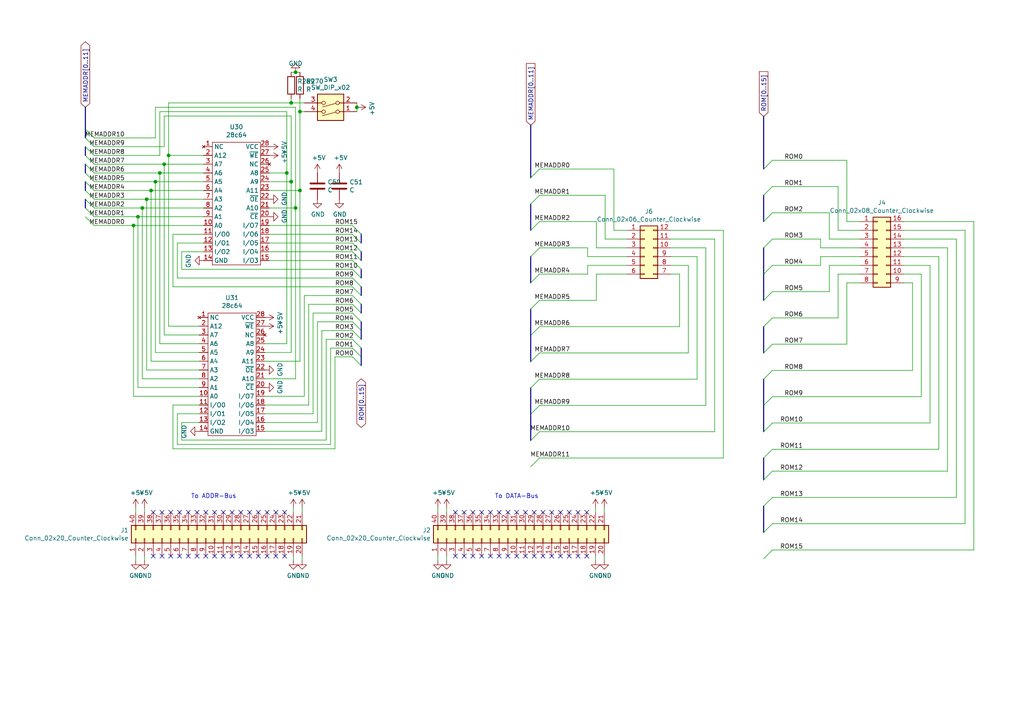
<source format=kicad_sch>
(kicad_sch (version 20200618) (host eeschema "(5.99.0-2101-geb1ff80d5)")
  (page 1 1)
  (paper "A4")
  (lib_symbols
    (symbol "Connector_Generic:Conn_02x06_Counter_Clockwise" (pin_names hide)
      (property "Reference" "J" (at 1.27 7.62 0))
      (property "Value" "Conn_02x06_Counter_Clockwise" (at 1.27 -10.16 0))
      (symbol "Conn_02x06_Counter_Clockwise_1_1"
        (rectangle (start -1.27 -4.953) (end 0 -5.207) (stroke (width 0.1524)))
        (rectangle (start -1.27 -7.493) (end 0 -7.747) (stroke (width 0.1524)))
        (rectangle (start -1.27 -2.413) (end 0 -2.667) (stroke (width 0.1524)))
        (rectangle (start -1.27 2.667) (end 0 2.413) (stroke (width 0.1524)))
        (rectangle (start -1.27 5.207) (end 0 4.953) (stroke (width 0.1524)))
        (rectangle (start -1.27 6.35) (end 3.81 -8.89) (stroke (width 0.254)) (fill (type background)))
        (rectangle (start -1.27 0.127) (end 0 -0.127) (stroke (width 0.1524)))
        (rectangle (start 3.81 -4.953) (end 2.54 -5.207) (stroke (width 0.1524)))
        (rectangle (start 3.81 -7.493) (end 2.54 -7.747) (stroke (width 0.1524)))
        (rectangle (start 3.81 -2.413) (end 2.54 -2.667) (stroke (width 0.1524)))
        (rectangle (start 3.81 2.667) (end 2.54 2.413) (stroke (width 0.1524)))
        (rectangle (start 3.81 5.207) (end 2.54 4.953) (stroke (width 0.1524)))
        (rectangle (start 3.81 0.127) (end 2.54 -0.127) (stroke (width 0.1524)))
        (pin passive line (at -5.08 5.08 0) (length 3.81) (name "Pin_1") (number "1"))
        (pin passive line (at 7.62 0 180) (length 3.81) (name "Pin_10") (number "10"))
        (pin passive line (at 7.62 2.54 180) (length 3.81) (name "Pin_11") (number "11"))
        (pin passive line (at 7.62 5.08 180) (length 3.81) (name "Pin_12") (number "12"))
        (pin passive line (at -5.08 2.54 0) (length 3.81) (name "Pin_2") (number "2"))
        (pin passive line (at -5.08 0 0) (length 3.81) (name "Pin_3") (number "3"))
        (pin passive line (at -5.08 -2.54 0) (length 3.81) (name "Pin_4") (number "4"))
        (pin passive line (at -5.08 -5.08 0) (length 3.81) (name "Pin_5") (number "5"))
        (pin passive line (at -5.08 -7.62 0) (length 3.81) (name "Pin_6") (number "6"))
        (pin passive line (at 7.62 -7.62 180) (length 3.81) (name "Pin_7") (number "7"))
        (pin passive line (at 7.62 -5.08 180) (length 3.81) (name "Pin_8") (number "8"))
        (pin passive line (at 7.62 -2.54 180) (length 3.81) (name "Pin_9") (number "9"))
      )
    )
    (symbol "Connector_Generic:Conn_02x08_Counter_Clockwise" (pin_names hide)
      (property "Reference" "J" (at 1.27 10.16 0))
      (property "Value" "Conn_02x08_Counter_Clockwise" (at 1.27 -12.7 0))
      (symbol "Conn_02x08_Counter_Clockwise_1_1"
        (rectangle (start -1.27 -4.953) (end 0 -5.207) (stroke (width 0.1524)))
        (rectangle (start -1.27 -7.493) (end 0 -7.747) (stroke (width 0.1524)))
        (rectangle (start -1.27 -10.033) (end 0 -10.287) (stroke (width 0.1524)))
        (rectangle (start -1.27 -2.413) (end 0 -2.667) (stroke (width 0.1524)))
        (rectangle (start -1.27 2.667) (end 0 2.413) (stroke (width 0.1524)))
        (rectangle (start -1.27 5.207) (end 0 4.953) (stroke (width 0.1524)))
        (rectangle (start -1.27 7.747) (end 0 7.493) (stroke (width 0.1524)))
        (rectangle (start -1.27 8.89) (end 3.81 -11.43) (stroke (width 0.254)) (fill (type background)))
        (rectangle (start -1.27 0.127) (end 0 -0.127) (stroke (width 0.1524)))
        (rectangle (start 3.81 -4.953) (end 2.54 -5.207) (stroke (width 0.1524)))
        (rectangle (start 3.81 -7.493) (end 2.54 -7.747) (stroke (width 0.1524)))
        (rectangle (start 3.81 -10.033) (end 2.54 -10.287) (stroke (width 0.1524)))
        (rectangle (start 3.81 -2.413) (end 2.54 -2.667) (stroke (width 0.1524)))
        (rectangle (start 3.81 2.667) (end 2.54 2.413) (stroke (width 0.1524)))
        (rectangle (start 3.81 5.207) (end 2.54 4.953) (stroke (width 0.1524)))
        (rectangle (start 3.81 7.747) (end 2.54 7.493) (stroke (width 0.1524)))
        (rectangle (start 3.81 0.127) (end 2.54 -0.127) (stroke (width 0.1524)))
        (pin passive line (at -5.08 7.62 0) (length 3.81) (name "Pin_1") (number "1"))
        (pin passive line (at 7.62 -7.62 180) (length 3.81) (name "Pin_10") (number "10"))
        (pin passive line (at 7.62 -5.08 180) (length 3.81) (name "Pin_11") (number "11"))
        (pin passive line (at 7.62 -2.54 180) (length 3.81) (name "Pin_12") (number "12"))
        (pin passive line (at 7.62 0 180) (length 3.81) (name "Pin_13") (number "13"))
        (pin passive line (at 7.62 2.54 180) (length 3.81) (name "Pin_14") (number "14"))
        (pin passive line (at 7.62 5.08 180) (length 3.81) (name "Pin_15") (number "15"))
        (pin passive line (at 7.62 7.62 180) (length 3.81) (name "Pin_16") (number "16"))
        (pin passive line (at -5.08 5.08 0) (length 3.81) (name "Pin_2") (number "2"))
        (pin passive line (at -5.08 2.54 0) (length 3.81) (name "Pin_3") (number "3"))
        (pin passive line (at -5.08 0 0) (length 3.81) (name "Pin_4") (number "4"))
        (pin passive line (at -5.08 -2.54 0) (length 3.81) (name "Pin_5") (number "5"))
        (pin passive line (at -5.08 -5.08 0) (length 3.81) (name "Pin_6") (number "6"))
        (pin passive line (at -5.08 -7.62 0) (length 3.81) (name "Pin_7") (number "7"))
        (pin passive line (at -5.08 -10.16 0) (length 3.81) (name "Pin_8") (number "8"))
        (pin passive line (at 7.62 -10.16 180) (length 3.81) (name "Pin_9") (number "9"))
      )
    )
    (symbol "Connector_Generic:Conn_02x20_Counter_Clockwise" (pin_names hide)
      (property "Reference" "J" (at 1.27 25.4 0))
      (property "Value" "Conn_02x20_Counter_Clockwise" (at 1.27 -27.94 0))
      (symbol "Conn_02x20_Counter_Clockwise_1_1"
        (rectangle (start -1.27 -4.953) (end 0 -5.207) (stroke (width 0.1524)))
        (rectangle (start -1.27 -7.493) (end 0 -7.747) (stroke (width 0.1524)))
        (rectangle (start -1.27 -10.033) (end 0 -10.287) (stroke (width 0.1524)))
        (rectangle (start -1.27 -12.573) (end 0 -12.827) (stroke (width 0.1524)))
        (rectangle (start -1.27 -15.113) (end 0 -15.367) (stroke (width 0.1524)))
        (rectangle (start -1.27 -17.653) (end 0 -17.907) (stroke (width 0.1524)))
        (rectangle (start -1.27 -20.193) (end 0 -20.447) (stroke (width 0.1524)))
        (rectangle (start -1.27 -22.733) (end 0 -22.987) (stroke (width 0.1524)))
        (rectangle (start -1.27 -2.413) (end 0 -2.667) (stroke (width 0.1524)))
        (rectangle (start -1.27 -25.273) (end 0 -25.527) (stroke (width 0.1524)))
        (rectangle (start -1.27 2.667) (end 0 2.413) (stroke (width 0.1524)))
        (rectangle (start -1.27 5.207) (end 0 4.953) (stroke (width 0.1524)))
        (rectangle (start -1.27 7.747) (end 0 7.493) (stroke (width 0.1524)))
        (rectangle (start -1.27 10.287) (end 0 10.033) (stroke (width 0.1524)))
        (rectangle (start -1.27 0.127) (end 0 -0.127) (stroke (width 0.1524)))
        (rectangle (start -1.27 12.827) (end 0 12.573) (stroke (width 0.1524)))
        (rectangle (start -1.27 15.367) (end 0 15.113) (stroke (width 0.1524)))
        (rectangle (start -1.27 17.907) (end 0 17.653) (stroke (width 0.1524)))
        (rectangle (start -1.27 20.447) (end 0 20.193) (stroke (width 0.1524)))
        (rectangle (start -1.27 22.987) (end 0 22.733) (stroke (width 0.1524)))
        (rectangle (start -1.27 24.13) (end 3.81 -26.67) (stroke (width 0.254)) (fill (type background)))
        (rectangle (start 3.81 -4.953) (end 2.54 -5.207) (stroke (width 0.1524)))
        (rectangle (start 3.81 -7.493) (end 2.54 -7.747) (stroke (width 0.1524)))
        (rectangle (start 3.81 -10.033) (end 2.54 -10.287) (stroke (width 0.1524)))
        (rectangle (start 3.81 -12.573) (end 2.54 -12.827) (stroke (width 0.1524)))
        (rectangle (start 3.81 -15.113) (end 2.54 -15.367) (stroke (width 0.1524)))
        (rectangle (start 3.81 -17.653) (end 2.54 -17.907) (stroke (width 0.1524)))
        (rectangle (start 3.81 -20.193) (end 2.54 -20.447) (stroke (width 0.1524)))
        (rectangle (start 3.81 -22.733) (end 2.54 -22.987) (stroke (width 0.1524)))
        (rectangle (start 3.81 -2.413) (end 2.54 -2.667) (stroke (width 0.1524)))
        (rectangle (start 3.81 -25.273) (end 2.54 -25.527) (stroke (width 0.1524)))
        (rectangle (start 3.81 2.667) (end 2.54 2.413) (stroke (width 0.1524)))
        (rectangle (start 3.81 5.207) (end 2.54 4.953) (stroke (width 0.1524)))
        (rectangle (start 3.81 7.747) (end 2.54 7.493) (stroke (width 0.1524)))
        (rectangle (start 3.81 10.287) (end 2.54 10.033) (stroke (width 0.1524)))
        (rectangle (start 3.81 0.127) (end 2.54 -0.127) (stroke (width 0.1524)))
        (rectangle (start 3.81 12.827) (end 2.54 12.573) (stroke (width 0.1524)))
        (rectangle (start 3.81 15.367) (end 2.54 15.113) (stroke (width 0.1524)))
        (rectangle (start 3.81 17.907) (end 2.54 17.653) (stroke (width 0.1524)))
        (rectangle (start 3.81 20.447) (end 2.54 20.193) (stroke (width 0.1524)))
        (rectangle (start 3.81 22.987) (end 2.54 22.733) (stroke (width 0.1524)))
        (pin passive line (at -5.08 22.86 0) (length 3.81) (name "Pin_1") (number "1"))
        (pin passive line (at -5.08 0 0) (length 3.81) (name "Pin_10") (number "10"))
        (pin passive line (at -5.08 -2.54 0) (length 3.81) (name "Pin_11") (number "11"))
        (pin passive line (at -5.08 -5.08 0) (length 3.81) (name "Pin_12") (number "12"))
        (pin passive line (at -5.08 -7.62 0) (length 3.81) (name "Pin_13") (number "13"))
        (pin passive line (at -5.08 -10.16 0) (length 3.81) (name "Pin_14") (number "14"))
        (pin passive line (at -5.08 -12.7 0) (length 3.81) (name "Pin_15") (number "15"))
        (pin passive line (at -5.08 -15.24 0) (length 3.81) (name "Pin_16") (number "16"))
        (pin passive line (at -5.08 -17.78 0) (length 3.81) (name "Pin_17") (number "17"))
        (pin passive line (at -5.08 -20.32 0) (length 3.81) (name "Pin_18") (number "18"))
        (pin passive line (at -5.08 -22.86 0) (length 3.81) (name "Pin_19") (number "19"))
        (pin passive line (at -5.08 20.32 0) (length 3.81) (name "Pin_2") (number "2"))
        (pin passive line (at -5.08 -25.4 0) (length 3.81) (name "Pin_20") (number "20"))
        (pin passive line (at 7.62 -25.4 180) (length 3.81) (name "Pin_21") (number "21"))
        (pin passive line (at 7.62 -22.86 180) (length 3.81) (name "Pin_22") (number "22"))
        (pin passive line (at 7.62 -20.32 180) (length 3.81) (name "Pin_23") (number "23"))
        (pin passive line (at 7.62 -17.78 180) (length 3.81) (name "Pin_24") (number "24"))
        (pin passive line (at 7.62 -15.24 180) (length 3.81) (name "Pin_25") (number "25"))
        (pin passive line (at 7.62 -12.7 180) (length 3.81) (name "Pin_26") (number "26"))
        (pin passive line (at 7.62 -10.16 180) (length 3.81) (name "Pin_27") (number "27"))
        (pin passive line (at 7.62 -7.62 180) (length 3.81) (name "Pin_28") (number "28"))
        (pin passive line (at 7.62 -5.08 180) (length 3.81) (name "Pin_29") (number "29"))
        (pin passive line (at -5.08 17.78 0) (length 3.81) (name "Pin_3") (number "3"))
        (pin passive line (at 7.62 -2.54 180) (length 3.81) (name "Pin_30") (number "30"))
        (pin passive line (at 7.62 0 180) (length 3.81) (name "Pin_31") (number "31"))
        (pin passive line (at 7.62 2.54 180) (length 3.81) (name "Pin_32") (number "32"))
        (pin passive line (at 7.62 5.08 180) (length 3.81) (name "Pin_33") (number "33"))
        (pin passive line (at 7.62 7.62 180) (length 3.81) (name "Pin_34") (number "34"))
        (pin passive line (at 7.62 10.16 180) (length 3.81) (name "Pin_35") (number "35"))
        (pin passive line (at 7.62 12.7 180) (length 3.81) (name "Pin_36") (number "36"))
        (pin passive line (at 7.62 15.24 180) (length 3.81) (name "Pin_37") (number "37"))
        (pin passive line (at 7.62 17.78 180) (length 3.81) (name "Pin_38") (number "38"))
        (pin passive line (at 7.62 20.32 180) (length 3.81) (name "Pin_39") (number "39"))
        (pin passive line (at -5.08 15.24 0) (length 3.81) (name "Pin_4") (number "4"))
        (pin passive line (at 7.62 22.86 180) (length 3.81) (name "Pin_40") (number "40"))
        (pin passive line (at -5.08 12.7 0) (length 3.81) (name "Pin_5") (number "5"))
        (pin passive line (at -5.08 10.16 0) (length 3.81) (name "Pin_6") (number "6"))
        (pin passive line (at -5.08 7.62 0) (length 3.81) (name "Pin_7") (number "7"))
        (pin passive line (at -5.08 5.08 0) (length 3.81) (name "Pin_8") (number "8"))
        (pin passive line (at -5.08 2.54 0) (length 3.81) (name "Pin_9") (number "9"))
      )
    )
    (symbol "Device:C" (pin_numbers hide) (pin_names (offset 0.254))
      (property "Reference" "C" (at 0.635 2.54 0))
      (property "Value" "C" (at 0.635 -2.54 0))
      (symbol "C_0_1"
        (polyline (pts (xy -2.032 -0.762) (xy 2.032 -0.762)) (stroke (width 0.508)))
        (polyline (pts (xy -2.032 0.762) (xy 2.032 0.762)) (stroke (width 0.508)))
      )
      (symbol "C_1_1"
        (pin passive line (at 0 3.81 270) (length 2.794) (name "~") (number "1"))
        (pin passive line (at 0 -3.81 90) (length 2.794) (name "~") (number "2"))
      )
    )
    (symbol "Device:R" (pin_numbers hide) (pin_names (offset 0))
      (property "Reference" "R" (at 2.032 0 90))
      (property "Value" "R" (at 0 0 90))
      (symbol "R_0_1"
        (rectangle (start -1.016 -2.54) (end 1.016 2.54) (stroke (width 0.254)))
      )
      (symbol "R_1_1"
        (pin passive line (at 0 3.81 270) (length 1.27) (name "~") (number "1"))
        (pin passive line (at 0 -3.81 90) (length 1.27) (name "~") (number "2"))
      )
    )
    (symbol "Switch:SW_DIP_x02" (pin_names (offset 0) hide)
      (property "Reference" "SW" (at 0 6.35 0))
      (property "Value" "SW_DIP_x02" (at 0 -3.81 0))
      (symbol "SW_DIP_x02_0_0"
        (circle (center -2.032 0) (radius 0.508))
        (circle (center -2.032 2.54) (radius 0.508))
        (circle (center 2.032 0) (radius 0.508))
        (circle (center 2.032 2.54) (radius 0.508))
        (polyline (pts (xy -1.524 0.127) (xy 2.3622 1.1684)))
        (polyline (pts (xy -1.524 2.667) (xy 2.3622 3.7084)))
      )
      (symbol "SW_DIP_x02_0_1"
        (rectangle (start -3.81 5.08) (end 3.81 -2.54) (stroke (width 0.254)) (fill (type background)))
      )
      (symbol "SW_DIP_x02_1_1"
        (pin passive line (at -7.62 2.54 0) (length 5.08) (name "~") (number "1"))
        (pin passive line (at -7.62 0 0) (length 5.08) (name "~") (number "2"))
        (pin passive line (at 7.62 0 180) (length 5.08) (name "~") (number "3"))
        (pin passive line (at 7.62 2.54 180) (length 5.08) (name "~") (number "4"))
      )
    )
    (symbol "custom:28c64"
      (property "Reference" "U" (at 0 0 0))
      (property "Value" "28c64" (at 3.81 0 0))
      (symbol "28c64_0_1"
        (rectangle (start -2.54 -1.27) (end 11.43 -36.83))
      )
      (symbol "28c64_1_1"
        (pin unconnected line (at -5.08 -2.54 0) (length 2.54) (name "NC") (number "1"))
        (pin input line (at -5.08 -25.4 0) (length 2.54) (name "A0") (number "10"))
        (pin bidirectional line (at -5.08 -27.94 0) (length 2.54) (name "I/O0") (number "11"))
        (pin bidirectional line (at -5.08 -30.48 0) (length 2.54) (name "I/O1") (number "12"))
        (pin bidirectional line (at -5.08 -33.02 0) (length 2.54) (name "I/O2") (number "13"))
        (pin power_in line (at -5.08 -35.56 0) (length 2.54) (name "GND") (number "14"))
        (pin bidirectional line (at 13.97 -35.56 180) (length 2.54) (name "I/O3") (number "15"))
        (pin bidirectional line (at 13.97 -33.02 180) (length 2.54) (name "I/O4") (number "16"))
        (pin bidirectional line (at 13.97 -30.48 180) (length 2.54) (name "I/O5") (number "17"))
        (pin bidirectional line (at 13.97 -27.94 180) (length 2.54) (name "I/O6") (number "18"))
        (pin bidirectional line (at 13.97 -25.4 180) (length 2.54) (name "I/O7") (number "19"))
        (pin input line (at -5.08 -5.08 0) (length 2.54) (name "A12") (number "2"))
        (pin input line (at 13.97 -22.86 180) (length 2.54) (name "~CE") (number "20"))
        (pin input line (at 13.97 -20.32 180) (length 2.54) (name "A10") (number "21"))
        (pin input line (at 13.97 -17.78 180) (length 2.54) (name "~OE") (number "22"))
        (pin input line (at 13.97 -15.24 180) (length 2.54) (name "A11") (number "23"))
        (pin input line (at 13.97 -12.7 180) (length 2.54) (name "A9") (number "24"))
        (pin input line (at 13.97 -10.16 180) (length 2.54) (name "A8") (number "25"))
        (pin unconnected line (at 13.97 -7.62 180) (length 2.54) (name "NC") (number "26"))
        (pin input line (at 13.97 -5.08 180) (length 2.54) (name "~WE") (number "27"))
        (pin power_in line (at 13.97 -2.54 180) (length 2.54) (name "VCC") (number "28"))
        (pin input line (at -5.08 -7.62 0) (length 2.54) (name "A7") (number "3"))
        (pin input line (at -5.08 -10.16 0) (length 2.54) (name "A6") (number "4"))
        (pin input line (at -5.08 -12.7 0) (length 2.54) (name "A5") (number "5"))
        (pin input line (at -5.08 -15.24 0) (length 2.54) (name "A4") (number "6"))
        (pin input line (at -5.08 -17.78 0) (length 2.54) (name "A3") (number "7"))
        (pin input line (at -5.08 -20.32 0) (length 2.54) (name "A2") (number "8"))
        (pin input line (at -5.08 -22.86 0) (length 2.54) (name "A1") (number "9"))
      )
    )
    (symbol "power:+5V" (power) (pin_names (offset 0))
      (property "Value" "+5V" (at 0 3.556 0))
      (symbol "+5V_0_1"
        (polyline (pts (xy -0.762 1.27) (xy 0 2.54)))
        (polyline (pts (xy 0 0) (xy 0 2.54)))
        (polyline (pts (xy 0 2.54) (xy 0.762 1.27)))
      )
      (symbol "+5V_1_1"
        (pin power_in line (at 0 0 90) (length 0) hide (name "+5V") (number "1"))
      )
    )
    (symbol "power:GND" (power) (pin_names (offset 0))
      (property "Value" "GND" (at 0 -3.81 0))
      (symbol "GND_0_1"
        (polyline (pts (xy 0 0) (xy 0 -1.27) (xy 1.27 -1.27) (xy 0 -2.54) (xy -1.27 -1.27) (xy 0 -1.27)))
      )
      (symbol "GND_1_1"
        (pin power_in line (at 0 0 270) (length 0) hide (name "GND") (number "1"))
      )
    )
  )
  (junction (at 38.735 65.405))
  (junction (at 40.005 62.865))
  (junction (at 41.275 60.325))
  (junction (at 42.545 57.785))
  (junction (at 43.815 55.245))
  (junction (at 45.085 52.705))
  (junction (at 46.355 50.165))
  (junction (at 47.625 47.625))
  (junction (at 48.895 45.085))
  (junction (at 83.185 50.165))
  (junction (at 84.455 29.845))
  (junction (at 84.455 52.705))
  (junction (at 85.725 20.955))
  (junction (at 85.725 60.325))
  (junction (at 86.995 32.385))
  (junction (at 86.995 55.245))
  (junction (at 103.505 31.115))
  (no_connect (at 46.99 148.59))
  (no_connect (at 72.39 161.29))
  (no_connect (at 160.02 161.29))
  (no_connect (at 152.4 148.59))
  (no_connect (at 157.48 161.29))
  (no_connect (at 142.24 161.29))
  (no_connect (at 69.85 161.29))
  (no_connect (at 62.23 148.59))
  (no_connect (at 134.62 161.29))
  (no_connect (at 142.24 148.59))
  (no_connect (at 152.4 161.29))
  (no_connect (at 157.48 148.59))
  (no_connect (at 165.1 161.29))
  (no_connect (at 62.23 161.29))
  (no_connect (at 80.01 161.29))
  (no_connect (at 82.55 161.29))
  (no_connect (at 72.39 148.59))
  (no_connect (at 54.61 161.29))
  (no_connect (at 149.86 148.59))
  (no_connect (at 49.53 161.29))
  (no_connect (at 69.85 148.59))
  (no_connect (at 80.01 148.59))
  (no_connect (at 57.15 148.59))
  (no_connect (at 139.7 148.59))
  (no_connect (at 139.7 161.29))
  (no_connect (at 57.15 161.29))
  (no_connect (at 165.1 148.59))
  (no_connect (at 46.99 161.29))
  (no_connect (at 167.64 148.59))
  (no_connect (at 154.94 161.29))
  (no_connect (at 74.93 148.59))
  (no_connect (at 162.56 148.59))
  (no_connect (at 74.93 161.29))
  (no_connect (at 144.78 148.59))
  (no_connect (at 132.08 148.59))
  (no_connect (at 82.55 148.59))
  (no_connect (at 64.77 148.59))
  (no_connect (at 77.47 148.59))
  (no_connect (at 67.31 161.29))
  (no_connect (at 149.86 161.29))
  (no_connect (at 49.53 148.59))
  (no_connect (at 170.18 148.59))
  (no_connect (at 137.16 161.29))
  (no_connect (at 52.07 161.29))
  (no_connect (at 170.18 161.29))
  (no_connect (at 59.69 161.29))
  (no_connect (at 44.45 161.29))
  (no_connect (at 77.47 161.29))
  (no_connect (at 144.78 161.29))
  (no_connect (at 134.62 148.59))
  (no_connect (at 162.56 161.29))
  (no_connect (at 160.02 148.59))
  (no_connect (at 59.69 148.59))
  (no_connect (at 147.32 161.29))
  (no_connect (at 132.08 161.29))
  (no_connect (at 67.31 148.59))
  (no_connect (at 137.16 148.59))
  (no_connect (at 52.07 148.59))
  (no_connect (at 54.61 148.59))
  (no_connect (at 44.45 148.59))
  (no_connect (at 147.32 148.59))
  (no_connect (at 154.94 148.59))
  (no_connect (at 64.77 161.29))
  (no_connect (at 167.64 161.29))
  (bus_entry (at 27.305 40.005) (size -2.54 -2.54) (stroke (width 0.1524)))
  (bus_entry (at 27.305 42.545) (size -2.54 -2.54) (stroke (width 0.1524)))
  (bus_entry (at 27.305 45.085) (size -2.54 -2.54) (stroke (width 0.1524)))
  (bus_entry (at 27.305 47.625) (size -2.54 -2.54) (stroke (width 0.1524)))
  (bus_entry (at 27.305 50.165) (size -2.54 -2.54) (stroke (width 0.1524)))
  (bus_entry (at 27.305 52.705) (size -2.54 -2.54) (stroke (width 0.1524)))
  (bus_entry (at 27.305 55.245) (size -2.54 -2.54) (stroke (width 0.1524)))
  (bus_entry (at 27.305 57.785) (size -2.54 -2.54) (stroke (width 0.1524)))
  (bus_entry (at 27.305 60.325) (size -2.54 -2.54) (stroke (width 0.1524)))
  (bus_entry (at 27.305 62.865) (size -2.54 -2.54) (stroke (width 0.1524)))
  (bus_entry (at 27.305 65.405) (size -2.54 -2.54) (stroke (width 0.1524)))
  (bus_entry (at 102.235 65.405) (size 2.54 2.54) (stroke (width 0.1524)))
  (bus_entry (at 102.235 67.945) (size 2.54 2.54) (stroke (width 0.1524)))
  (bus_entry (at 102.235 70.485) (size 2.54 2.54) (stroke (width 0.1524)))
  (bus_entry (at 102.235 73.025) (size 2.54 2.54) (stroke (width 0.1524)))
  (bus_entry (at 102.235 75.565) (size 2.54 2.54) (stroke (width 0.1524)))
  (bus_entry (at 102.235 78.105) (size 2.54 2.54) (stroke (width 0.1524)))
  (bus_entry (at 102.235 80.645) (size 2.54 2.54) (stroke (width 0.1524)))
  (bus_entry (at 102.235 83.185) (size 2.54 2.54) (stroke (width 0.1524)))
  (bus_entry (at 102.235 85.725) (size 2.54 2.54) (stroke (width 0.1524)))
  (bus_entry (at 102.235 88.265) (size 2.54 2.54) (stroke (width 0.1524)))
  (bus_entry (at 102.235 90.805) (size 2.54 2.54) (stroke (width 0.1524)))
  (bus_entry (at 102.235 93.345) (size 2.54 2.54) (stroke (width 0.1524)))
  (bus_entry (at 102.235 95.885) (size 2.54 2.54) (stroke (width 0.1524)))
  (bus_entry (at 102.235 98.425) (size 2.54 2.54) (stroke (width 0.1524)))
  (bus_entry (at 102.235 100.965) (size 2.54 2.54) (stroke (width 0.1524)))
  (bus_entry (at 102.235 103.505) (size 2.54 2.54) (stroke (width 0.1524)))
  (bus_entry (at 156.464 49.022) (size -2.54 2.54) (stroke (width 0.1524)))
  (bus_entry (at 156.464 56.642) (size -2.54 2.54) (stroke (width 0.1524)))
  (bus_entry (at 156.464 64.262) (size -2.54 2.54) (stroke (width 0.1524)))
  (bus_entry (at 156.464 71.882) (size -2.54 2.54) (stroke (width 0.1524)))
  (bus_entry (at 156.464 79.502) (size -2.54 2.54) (stroke (width 0.1524)))
  (bus_entry (at 156.464 87.122) (size -2.54 2.54) (stroke (width 0.1524)))
  (bus_entry (at 156.464 94.742) (size -2.54 2.54) (stroke (width 0.1524)))
  (bus_entry (at 156.464 102.362) (size -2.54 2.54) (stroke (width 0.1524)))
  (bus_entry (at 156.464 109.982) (size -2.54 2.54) (stroke (width 0.1524)))
  (bus_entry (at 156.464 117.602) (size -2.54 2.54) (stroke (width 0.1524)))
  (bus_entry (at 156.464 125.222) (size -2.54 2.54) (stroke (width 0.1524)))
  (bus_entry (at 156.464 132.842) (size -2.54 2.54) (stroke (width 0.1524)))
  (bus_entry (at 224.028 46.482) (size -2.54 2.54) (stroke (width 0.1524)))
  (bus_entry (at 224.028 54.102) (size -2.54 2.54) (stroke (width 0.1524)))
  (bus_entry (at 224.028 61.722) (size -2.54 2.54) (stroke (width 0.1524)))
  (bus_entry (at 224.028 69.342) (size -2.54 2.54) (stroke (width 0.1524)))
  (bus_entry (at 224.028 76.962) (size -2.54 2.54) (stroke (width 0.1524)))
  (bus_entry (at 224.028 84.582) (size -2.54 2.54) (stroke (width 0.1524)))
  (bus_entry (at 224.028 92.202) (size -2.54 2.54) (stroke (width 0.1524)))
  (bus_entry (at 224.028 99.822) (size -2.54 2.54) (stroke (width 0.1524)))
  (bus_entry (at 224.028 107.442) (size -2.54 2.54) (stroke (width 0.1524)))
  (bus_entry (at 224.028 115.062) (size -2.54 2.54) (stroke (width 0.1524)))
  (bus_entry (at 224.028 122.682) (size -2.54 2.54) (stroke (width 0.1524)))
  (bus_entry (at 224.028 130.302) (size -2.54 2.54) (stroke (width 0.1524)))
  (bus_entry (at 224.028 136.652) (size -2.54 2.54) (stroke (width 0.1524)))
  (bus_entry (at 224.028 144.272) (size -2.54 2.54) (stroke (width 0.1524)))
  (bus_entry (at 224.028 151.892) (size -2.54 2.54) (stroke (width 0.1524)))
  (bus_entry (at 224.028 159.512) (size -2.54 2.54) (stroke (width 0.1524)))
  (wire (pts (xy 27.305 40.005) (xy 45.085 40.005)))
  (wire (pts (xy 27.305 42.545) (xy 47.625 42.545)))
  (wire (pts (xy 27.305 45.085) (xy 46.355 45.085)))
  (wire (pts (xy 27.305 47.625) (xy 47.625 47.625)))
  (wire (pts (xy 27.305 50.165) (xy 46.355 50.165)))
  (wire (pts (xy 27.305 52.705) (xy 45.085 52.705)))
  (wire (pts (xy 27.305 55.245) (xy 43.815 55.245)))
  (wire (pts (xy 27.305 57.785) (xy 42.545 57.785)))
  (wire (pts (xy 27.305 60.325) (xy 41.275 60.325)))
  (wire (pts (xy 27.305 62.865) (xy 40.005 62.865)))
  (wire (pts (xy 27.305 65.405) (xy 38.735 65.405)))
  (wire (pts (xy 38.735 65.405) (xy 59.055 65.405)))
  (wire (pts (xy 38.735 114.935) (xy 38.735 65.405)))
  (wire (pts (xy 38.735 114.935) (xy 57.785 114.935)))
  (wire (pts (xy 39.37 147.32) (xy 39.37 148.59)))
  (wire (pts (xy 39.37 161.29) (xy 39.37 162.56)))
  (wire (pts (xy 40.005 62.865) (xy 59.055 62.865)))
  (wire (pts (xy 40.005 112.395) (xy 40.005 62.865)))
  (wire (pts (xy 40.005 112.395) (xy 57.785 112.395)))
  (wire (pts (xy 41.275 60.325) (xy 59.055 60.325)))
  (wire (pts (xy 41.275 109.855) (xy 41.275 60.325)))
  (wire (pts (xy 41.275 109.855) (xy 57.785 109.855)))
  (wire (pts (xy 41.91 147.32) (xy 41.91 148.59)))
  (wire (pts (xy 41.91 161.29) (xy 41.91 162.56)))
  (wire (pts (xy 42.545 57.785) (xy 59.055 57.785)))
  (wire (pts (xy 42.545 107.315) (xy 42.545 57.785)))
  (wire (pts (xy 42.545 107.315) (xy 57.785 107.315)))
  (wire (pts (xy 43.815 55.245) (xy 59.055 55.245)))
  (wire (pts (xy 43.815 104.775) (xy 43.815 55.245)))
  (wire (pts (xy 43.815 104.775) (xy 57.785 104.775)))
  (wire (pts (xy 45.085 31.115) (xy 85.725 31.115)))
  (wire (pts (xy 45.085 40.005) (xy 45.085 31.115)))
  (wire (pts (xy 45.085 52.705) (xy 59.055 52.705)))
  (wire (pts (xy 45.085 102.235) (xy 45.085 52.705)))
  (wire (pts (xy 45.085 102.235) (xy 57.785 102.235)))
  (wire (pts (xy 46.355 32.385) (xy 83.185 32.385)))
  (wire (pts (xy 46.355 45.085) (xy 46.355 32.385)))
  (wire (pts (xy 46.355 50.165) (xy 59.055 50.165)))
  (wire (pts (xy 46.355 99.695) (xy 46.355 50.165)))
  (wire (pts (xy 46.355 99.695) (xy 57.785 99.695)))
  (wire (pts (xy 47.625 33.655) (xy 84.455 33.655)))
  (wire (pts (xy 47.625 42.545) (xy 47.625 33.655)))
  (wire (pts (xy 47.625 47.625) (xy 59.055 47.625)))
  (wire (pts (xy 47.625 97.155) (xy 47.625 47.625)))
  (wire (pts (xy 47.625 97.155) (xy 57.785 97.155)))
  (wire (pts (xy 48.895 29.845) (xy 48.895 45.085)))
  (wire (pts (xy 48.895 29.845) (xy 84.455 29.845)))
  (wire (pts (xy 48.895 45.085) (xy 48.895 94.615)))
  (wire (pts (xy 48.895 94.615) (xy 57.785 94.615)))
  (wire (pts (xy 50.165 67.945) (xy 59.055 67.945)))
  (wire (pts (xy 50.165 83.185) (xy 50.165 67.945)))
  (wire (pts (xy 50.165 83.185) (xy 102.235 83.185)))
  (wire (pts (xy 50.165 117.475) (xy 50.165 130.175)))
  (wire (pts (xy 50.165 130.175) (xy 97.155 130.175)))
  (wire (pts (xy 51.435 70.485) (xy 59.055 70.485)))
  (wire (pts (xy 51.435 80.645) (xy 51.435 70.485)))
  (wire (pts (xy 51.435 80.645) (xy 102.235 80.645)))
  (wire (pts (xy 51.435 120.015) (xy 57.785 120.015)))
  (wire (pts (xy 51.435 128.905) (xy 51.435 120.015)))
  (wire (pts (xy 51.435 128.905) (xy 95.885 128.905)))
  (wire (pts (xy 52.705 73.025) (xy 59.055 73.025)))
  (wire (pts (xy 52.705 78.105) (xy 52.705 73.025)))
  (wire (pts (xy 52.705 78.105) (xy 102.235 78.105)))
  (wire (pts (xy 52.705 122.555) (xy 57.785 122.555)))
  (wire (pts (xy 52.705 127.635) (xy 52.705 122.555)))
  (wire (pts (xy 52.705 127.635) (xy 94.615 127.635)))
  (wire (pts (xy 57.785 117.475) (xy 50.165 117.475)))
  (wire (pts (xy 59.055 45.085) (xy 48.895 45.085)))
  (wire (pts (xy 76.835 99.695) (xy 83.185 99.695)))
  (wire (pts (xy 76.835 104.775) (xy 86.995 104.775)))
  (wire (pts (xy 76.835 109.855) (xy 85.725 109.855)))
  (wire (pts (xy 76.835 114.935) (xy 88.265 114.935)))
  (wire (pts (xy 76.835 117.475) (xy 89.535 117.475)))
  (wire (pts (xy 76.835 120.015) (xy 90.805 120.015)))
  (wire (pts (xy 76.835 122.555) (xy 92.075 122.555)))
  (wire (pts (xy 76.835 125.095) (xy 93.345 125.095)))
  (wire (pts (xy 78.105 52.705) (xy 84.455 52.705)))
  (wire (pts (xy 78.105 65.405) (xy 102.235 65.405)))
  (wire (pts (xy 78.105 67.945) (xy 102.235 67.945)))
  (wire (pts (xy 78.105 70.485) (xy 102.235 70.485)))
  (wire (pts (xy 78.105 73.025) (xy 102.235 73.025)))
  (wire (pts (xy 78.105 75.565) (xy 102.235 75.565)))
  (wire (pts (xy 83.185 32.385) (xy 83.185 50.165)))
  (wire (pts (xy 83.185 50.165) (xy 78.105 50.165)))
  (wire (pts (xy 83.185 99.695) (xy 83.185 50.165)))
  (wire (pts (xy 84.455 28.575) (xy 84.455 29.845)))
  (wire (pts (xy 84.455 29.845) (xy 88.265 29.845)))
  (wire (pts (xy 84.455 33.655) (xy 84.455 52.705)))
  (wire (pts (xy 84.455 52.705) (xy 84.455 102.235)))
  (wire (pts (xy 84.455 102.235) (xy 76.835 102.235)))
  (wire (pts (xy 85.09 147.32) (xy 85.09 148.59)))
  (wire (pts (xy 85.09 161.29) (xy 85.09 162.56)))
  (wire (pts (xy 85.725 20.955) (xy 84.455 20.955)))
  (wire (pts (xy 85.725 31.115) (xy 85.725 60.325)))
  (wire (pts (xy 85.725 60.325) (xy 78.105 60.325)))
  (wire (pts (xy 85.725 109.855) (xy 85.725 60.325)))
  (wire (pts (xy 86.995 20.955) (xy 85.725 20.955)))
  (wire (pts (xy 86.995 28.575) (xy 86.995 32.385)))
  (wire (pts (xy 86.995 32.385) (xy 86.995 55.245)))
  (wire (pts (xy 86.995 32.385) (xy 88.265 32.385)))
  (wire (pts (xy 86.995 55.245) (xy 78.105 55.245)))
  (wire (pts (xy 86.995 104.775) (xy 86.995 55.245)))
  (wire (pts (xy 87.63 147.32) (xy 87.63 148.59)))
  (wire (pts (xy 87.63 161.29) (xy 87.63 162.56)))
  (wire (pts (xy 88.265 85.725) (xy 88.265 114.935)))
  (wire (pts (xy 89.535 88.265) (xy 89.535 117.475)))
  (wire (pts (xy 90.805 90.805) (xy 90.805 120.015)))
  (wire (pts (xy 90.805 90.805) (xy 102.235 90.805)))
  (wire (pts (xy 92.075 93.345) (xy 92.075 122.555)))
  (wire (pts (xy 93.345 95.885) (xy 93.345 125.095)))
  (wire (pts (xy 93.345 95.885) (xy 102.235 95.885)))
  (wire (pts (xy 94.615 98.425) (xy 94.615 127.635)))
  (wire (pts (xy 94.615 98.425) (xy 102.235 98.425)))
  (wire (pts (xy 95.885 100.965) (xy 95.885 128.905)))
  (wire (pts (xy 95.885 100.965) (xy 102.235 100.965)))
  (wire (pts (xy 97.155 103.505) (xy 97.155 130.175)))
  (wire (pts (xy 97.155 103.505) (xy 102.235 103.505)))
  (wire (pts (xy 102.235 85.725) (xy 88.265 85.725)))
  (wire (pts (xy 102.235 88.265) (xy 89.535 88.265)))
  (wire (pts (xy 102.235 93.345) (xy 92.075 93.345)))
  (wire (pts (xy 103.505 29.845) (xy 103.505 31.115)))
  (wire (pts (xy 103.505 31.115) (xy 103.505 32.385)))
  (wire (pts (xy 127 147.32) (xy 127 148.59)))
  (wire (pts (xy 127 161.29) (xy 127 162.56)))
  (wire (pts (xy 129.54 147.32) (xy 129.54 148.59)))
  (wire (pts (xy 129.54 161.29) (xy 129.54 162.56)))
  (wire (pts (xy 156.464 49.022) (xy 178.054 49.022)))
  (wire (pts (xy 156.464 56.642) (xy 175.514 56.642)))
  (wire (pts (xy 156.464 64.262) (xy 172.974 64.262)))
  (wire (pts (xy 156.464 71.882) (xy 170.434 71.882)))
  (wire (pts (xy 156.464 79.502) (xy 170.434 79.502)))
  (wire (pts (xy 156.464 87.122) (xy 172.974 87.122)))
  (wire (pts (xy 156.464 94.742) (xy 197.104 94.742)))
  (wire (pts (xy 156.464 102.362) (xy 199.644 102.362)))
  (wire (pts (xy 156.464 109.982) (xy 202.184 109.982)))
  (wire (pts (xy 156.464 117.602) (xy 204.724 117.602)))
  (wire (pts (xy 156.464 125.222) (xy 207.264 125.222)))
  (wire (pts (xy 156.464 132.842) (xy 209.804 132.842)))
  (wire (pts (xy 170.434 71.882) (xy 170.434 74.422)))
  (wire (pts (xy 170.434 74.422) (xy 181.864 74.422)))
  (wire (pts (xy 170.434 76.962) (xy 181.864 76.962)))
  (wire (pts (xy 170.434 79.502) (xy 170.434 76.962)))
  (wire (pts (xy 172.72 147.32) (xy 172.72 148.59)))
  (wire (pts (xy 172.72 161.29) (xy 172.72 162.56)))
  (wire (pts (xy 172.974 64.262) (xy 172.974 71.882)))
  (wire (pts (xy 172.974 71.882) (xy 181.864 71.882)))
  (wire (pts (xy 172.974 79.502) (xy 172.974 87.122)))
  (wire (pts (xy 175.26 147.32) (xy 175.26 148.59)))
  (wire (pts (xy 175.26 161.29) (xy 175.26 162.56)))
  (wire (pts (xy 175.514 69.342) (xy 175.514 56.642)))
  (wire (pts (xy 178.054 49.022) (xy 178.054 66.802)))
  (wire (pts (xy 178.054 66.802) (xy 181.864 66.802)))
  (wire (pts (xy 181.864 69.342) (xy 175.514 69.342)))
  (wire (pts (xy 181.864 79.502) (xy 172.974 79.502)))
  (wire (pts (xy 194.564 69.342) (xy 207.264 69.342)))
  (wire (pts (xy 194.564 74.422) (xy 202.184 74.422)))
  (wire (pts (xy 194.564 76.962) (xy 199.644 76.962)))
  (wire (pts (xy 197.104 79.502) (xy 194.564 79.502)))
  (wire (pts (xy 197.104 94.742) (xy 197.104 79.502)))
  (wire (pts (xy 199.644 76.962) (xy 199.644 102.362)))
  (wire (pts (xy 202.184 74.422) (xy 202.184 109.982)))
  (wire (pts (xy 204.724 71.882) (xy 194.564 71.882)))
  (wire (pts (xy 204.724 117.602) (xy 204.724 71.882)))
  (wire (pts (xy 207.264 69.342) (xy 207.264 125.222)))
  (wire (pts (xy 209.804 66.802) (xy 194.564 66.802)))
  (wire (pts (xy 209.804 132.842) (xy 209.804 66.802)))
  (wire (pts (xy 224.028 46.482) (xy 245.618 46.482)))
  (wire (pts (xy 224.028 54.102) (xy 243.078 54.102)))
  (wire (pts (xy 224.028 61.722) (xy 240.538 61.722)))
  (wire (pts (xy 224.028 69.342) (xy 237.998 69.342)))
  (wire (pts (xy 224.028 76.962) (xy 237.998 76.962)))
  (wire (pts (xy 224.028 84.582) (xy 240.538 84.582)))
  (wire (pts (xy 224.028 92.202) (xy 243.078 92.202)))
  (wire (pts (xy 224.028 99.822) (xy 245.618 99.822)))
  (wire (pts (xy 224.028 107.442) (xy 264.668 107.442)))
  (wire (pts (xy 224.028 115.062) (xy 267.208 115.062)))
  (wire (pts (xy 224.028 122.682) (xy 269.748 122.682)))
  (wire (pts (xy 224.028 130.302) (xy 272.288 130.302)))
  (wire (pts (xy 224.028 136.652) (xy 274.828 136.652)))
  (wire (pts (xy 224.028 144.272) (xy 277.368 144.272)))
  (wire (pts (xy 224.028 151.892) (xy 279.908 151.892)))
  (wire (pts (xy 224.028 159.512) (xy 282.448 159.512)))
  (wire (pts (xy 237.998 69.342) (xy 237.998 71.882)))
  (wire (pts (xy 237.998 71.882) (xy 249.428 71.882)))
  (wire (pts (xy 237.998 74.422) (xy 249.428 74.422)))
  (wire (pts (xy 237.998 76.962) (xy 237.998 74.422)))
  (wire (pts (xy 240.538 61.722) (xy 240.538 69.342)))
  (wire (pts (xy 240.538 69.342) (xy 249.428 69.342)))
  (wire (pts (xy 240.538 76.962) (xy 240.538 84.582)))
  (wire (pts (xy 243.078 66.802) (xy 243.078 54.102)))
  (wire (pts (xy 243.078 79.502) (xy 243.078 92.202)))
  (wire (pts (xy 245.618 46.482) (xy 245.618 64.262)))
  (wire (pts (xy 245.618 64.262) (xy 249.428 64.262)))
  (wire (pts (xy 245.618 82.042) (xy 249.428 82.042)))
  (wire (pts (xy 245.618 99.822) (xy 245.618 82.042)))
  (wire (pts (xy 249.428 66.802) (xy 243.078 66.802)))
  (wire (pts (xy 249.428 76.962) (xy 240.538 76.962)))
  (wire (pts (xy 249.428 79.502) (xy 243.078 79.502)))
  (wire (pts (xy 262.128 66.802) (xy 279.908 66.802)))
  (wire (pts (xy 262.128 71.882) (xy 274.828 71.882)))
  (wire (pts (xy 262.128 76.962) (xy 269.748 76.962)))
  (wire (pts (xy 262.128 82.042) (xy 264.668 82.042)))
  (wire (pts (xy 264.668 82.042) (xy 264.668 107.442)))
  (wire (pts (xy 267.208 79.502) (xy 262.128 79.502)))
  (wire (pts (xy 267.208 115.062) (xy 267.208 79.502)))
  (wire (pts (xy 269.748 76.962) (xy 269.748 122.682)))
  (wire (pts (xy 272.288 74.422) (xy 262.128 74.422)))
  (wire (pts (xy 272.288 130.302) (xy 272.288 74.422)))
  (wire (pts (xy 274.828 71.882) (xy 274.828 136.652)))
  (wire (pts (xy 277.368 69.342) (xy 262.128 69.342)))
  (wire (pts (xy 277.368 144.272) (xy 277.368 69.342)))
  (wire (pts (xy 279.908 66.802) (xy 279.908 151.892)))
  (wire (pts (xy 282.448 64.262) (xy 262.128 64.262)))
  (wire (pts (xy 282.448 159.512) (xy 282.448 64.262)))
  (bus (pts (xy 24.765 31.115) (xy 24.765 37.465)))
  (bus (pts (xy 24.765 37.465) (xy 24.765 42.545)))
  (bus (pts (xy 24.765 42.545) (xy 24.765 47.625)))
  (bus (pts (xy 24.765 47.625) (xy 24.765 52.705)))
  (bus (pts (xy 24.765 52.705) (xy 24.765 57.785)))
  (bus (pts (xy 24.765 57.785) (xy 24.765 62.865)))
  (bus (pts (xy 104.775 67.945) (xy 104.775 73.025)))
  (bus (pts (xy 104.775 73.025) (xy 104.775 78.105)))
  (bus (pts (xy 104.775 78.105) (xy 104.775 83.185)))
  (bus (pts (xy 104.775 83.185) (xy 104.775 88.265)))
  (bus (pts (xy 104.775 88.265) (xy 104.775 93.345)))
  (bus (pts (xy 104.775 93.345) (xy 104.775 95.885)))
  (bus (pts (xy 104.775 95.885) (xy 104.775 100.965)))
  (bus (pts (xy 104.775 100.965) (xy 104.775 103.505)))
  (bus (pts (xy 104.775 103.505) (xy 104.775 109.855)))
  (bus (pts (xy 153.924 36.322) (xy 153.924 59.182)))
  (bus (pts (xy 153.924 59.182) (xy 153.924 74.422)))
  (bus (pts (xy 153.924 74.422) (xy 153.924 89.662)))
  (bus (pts (xy 153.924 89.662) (xy 153.924 97.282)))
  (bus (pts (xy 153.924 97.282) (xy 153.924 112.522)))
  (bus (pts (xy 153.924 112.522) (xy 153.924 120.142)))
  (bus (pts (xy 153.924 120.142) (xy 153.924 135.382)))
  (bus (pts (xy 221.488 33.782) (xy 221.488 56.642)))
  (bus (pts (xy 221.488 56.642) (xy 221.488 71.882)))
  (bus (pts (xy 221.488 71.882) (xy 221.488 87.122)))
  (bus (pts (xy 221.488 79.502) (xy 221.488 94.742)))
  (bus (pts (xy 221.488 94.742) (xy 221.488 109.982)))
  (bus (pts (xy 221.488 109.982) (xy 221.488 117.602)))
  (bus (pts (xy 221.488 117.602) (xy 221.488 132.842)))
  (bus (pts (xy 221.488 132.842) (xy 221.488 146.812)))
  (bus (pts (xy 221.488 146.812) (xy 221.488 162.052)))
  (text "To ADDR-Bus" (at 68.58 144.78 180) (effects (font (size 1.27 1.27)) (justify right bottom)))
  (text "To DATA-Bus" (at 156.21 144.78 180) (effects (font (size 1.27 1.27)) (justify right bottom)))
  (label "MEMADDR10" (at 36.195 40.005 180))
  (label "MEMADDR9" (at 36.195 42.545 180))
  (label "MEMADDR8" (at 36.195 45.085 180))
  (label "MEMADDR7" (at 36.195 47.625 180))
  (label "MEMADDR6" (at 36.195 50.165 180))
  (label "MEMADDR5" (at 36.195 52.705 180))
  (label "MEMADDR4" (at 36.195 55.245 180))
  (label "MEMADDR3" (at 36.195 57.785 180))
  (label "MEMADDR2" (at 36.195 60.325 180))
  (label "MEMADDR1" (at 36.195 62.865 180))
  (label "MEMADDR0" (at 36.195 65.405 180))
  (label "ROM15" (at 97.155 65.405 0))
  (label "ROM14" (at 97.155 67.945 0))
  (label "ROM13" (at 97.155 70.485 0))
  (label "ROM12" (at 97.155 73.025 0))
  (label "ROM11" (at 97.155 75.565 0))
  (label "ROM10" (at 97.155 78.105 0))
  (label "ROM9" (at 97.155 80.645 0))
  (label "ROM8" (at 97.155 83.185 0))
  (label "ROM7" (at 97.155 85.725 0))
  (label "ROM6" (at 97.155 88.265 0))
  (label "ROM5" (at 97.155 90.805 0))
  (label "ROM4" (at 97.155 93.345 0))
  (label "ROM3" (at 97.155 95.885 0))
  (label "ROM2" (at 97.155 98.425 0))
  (label "ROM1" (at 97.155 100.965 0))
  (label "ROM0" (at 97.155 103.505 0))
  (label "MEMADDR0" (at 165.354 49.022 180))
  (label "MEMADDR1" (at 165.354 56.642 180))
  (label "MEMADDR2" (at 165.354 64.262 180))
  (label "MEMADDR3" (at 165.354 71.882 180))
  (label "MEMADDR4" (at 165.354 79.502 180))
  (label "MEMADDR5" (at 165.354 87.122 180))
  (label "MEMADDR6" (at 165.354 94.742 180))
  (label "MEMADDR7" (at 165.354 102.362 180))
  (label "MEMADDR8" (at 165.354 109.982 180))
  (label "MEMADDR9" (at 165.354 117.602 180))
  (label "MEMADDR10" (at 165.354 125.222 180))
  (label "MEMADDR11" (at 165.354 132.842 180))
  (label "ROM0" (at 232.918 46.482 180))
  (label "ROM1" (at 232.918 54.102 180))
  (label "ROM2" (at 232.918 61.722 180))
  (label "ROM3" (at 232.918 69.342 180))
  (label "ROM4" (at 232.918 76.962 180))
  (label "ROM5" (at 232.918 84.582 180))
  (label "ROM6" (at 232.918 92.202 180))
  (label "ROM7" (at 232.918 99.822 180))
  (label "ROM8" (at 232.918 107.442 180))
  (label "ROM9" (at 232.918 115.062 180))
  (label "ROM10" (at 232.918 122.682 180))
  (label "ROM11" (at 232.918 130.302 180))
  (label "ROM12" (at 232.918 136.652 180))
  (label "ROM13" (at 232.918 144.272 180))
  (label "ROM14" (at 232.918 151.892 180))
  (label "ROM15" (at 232.918 159.512 180))
  (global_label "MEMADDR[0..11]" (shape bidirectional) (at 24.765 31.115 90))
  (global_label "ROM[0..15]" (shape bidirectional) (at 104.775 109.855 270))
  (global_label "MEMADDR[0..11]" (shape input) (at 153.924 36.322 90))
  (global_label "ROM[0..15]" (shape input) (at 221.488 33.782 90))
  (symbol (lib_id "power:+5V") (at 39.37 147.32 0) (unit 1)
    (property "Reference" "#PWR0179" (effects hide))
    (property "Value" "+5V" (at 39.751 142.9258 0))
  )
  (symbol (lib_id "power:+5V") (at 41.91 147.32 0) (unit 1)
    (property "Reference" "#PWR0182" (effects hide))
    (property "Value" "+5V" (at 42.291 142.9258 0))
  )
  (symbol (lib_id "power:+5V") (at 76.835 92.075 270) (unit 1)
    (property "Reference" "#PWR0188" (effects hide))
    (property "Value" "+5V" (at 81.2292 92.456 0))
  )
  (symbol (lib_id "power:+5V") (at 76.835 94.615 270) (unit 1)
    (property "Reference" "#PWR0189" (effects hide))
    (property "Value" "+5V" (at 81.2292 94.996 0))
  )
  (symbol (lib_id "power:+5V") (at 78.105 42.545 270) (unit 1)
    (property "Reference" "#PWR0184" (effects hide))
    (property "Value" "+5V" (at 82.4992 42.926 0))
  )
  (symbol (lib_id "power:+5V") (at 78.105 45.085 270) (unit 1)
    (property "Reference" "#PWR0185" (effects hide))
    (property "Value" "+5V" (at 82.4992 45.466 0))
  )
  (symbol (lib_id "power:+5V") (at 85.09 147.32 0) (unit 1)
    (property "Reference" "#PWR0184" (effects hide))
    (property "Value" "+5V" (at 85.471 142.9258 0))
  )
  (symbol (lib_id "power:+5V") (at 87.63 147.32 0) (unit 1)
    (property "Reference" "#PWR0183" (effects hide))
    (property "Value" "+5V" (at 88.011 142.9258 0))
  )
  (symbol (lib_id "power:+5V") (at 92.075 50.165 0) (unit 1)
    (property "Reference" "#PWR0327" (effects hide))
    (property "Value" "+5V" (at 92.456 45.7708 0))
  )
  (symbol (lib_id "power:+5V") (at 98.425 50.165 0) (unit 1)
    (property "Reference" "#PWR0353" (effects hide))
    (property "Value" "+5V" (at 98.806 45.7708 0))
  )
  (symbol (lib_id "power:+5V") (at 103.505 31.115 270) (unit 1)
    (property "Reference" "#PWR0355" (effects hide))
    (property "Value" "+5V" (at 107.8992 31.496 0))
  )
  (symbol (lib_id "power:+5V") (at 127 147.32 0) (unit 1)
    (property "Reference" "#PWR0175" (effects hide))
    (property "Value" "+5V" (at 127.381 142.9258 0))
  )
  (symbol (lib_id "power:+5V") (at 129.54 147.32 0) (unit 1)
    (property "Reference" "#PWR0176" (effects hide))
    (property "Value" "+5V" (at 129.921 142.9258 0))
  )
  (symbol (lib_id "power:+5V") (at 172.72 147.32 0) (unit 1)
    (property "Reference" "#PWR0174" (effects hide))
    (property "Value" "+5V" (at 173.101 142.9258 0))
  )
  (symbol (lib_id "power:+5V") (at 175.26 147.32 0) (unit 1)
    (property "Reference" "#PWR0173" (effects hide))
    (property "Value" "+5V" (at 175.641 142.9258 0))
  )
  (symbol (lib_id "power:GND") (at 39.37 162.56 0) (unit 1)
    (property "Reference" "#PWR0180" (effects hide))
    (property "Value" "GND" (at 39.497 166.9542 0))
  )
  (symbol (lib_id "power:GND") (at 41.91 162.56 0) (unit 1)
    (property "Reference" "#PWR0181" (effects hide))
    (property "Value" "GND" (at 42.037 166.9542 0))
  )
  (symbol (lib_id "power:GND") (at 57.785 125.095 270) (unit 1)
    (property "Reference" "#PWR0179" (effects hide))
    (property "Value" "GND" (at 53.3908 125.222 0))
  )
  (symbol (lib_id "power:GND") (at 59.055 75.565 270) (unit 1)
    (property "Reference" "#PWR0178" (effects hide))
    (property "Value" "GND" (at 54.6608 75.692 0))
  )
  (symbol (lib_id "power:GND") (at 76.835 107.315 90) (unit 1)
    (property "Reference" "#PWR0247" (effects hide))
    (property "Value" "GND" (at 81.2292 107.188 0))
  )
  (symbol (lib_id "power:GND") (at 76.835 112.395 90) (unit 1)
    (property "Reference" "#PWR0248" (effects hide))
    (property "Value" "GND" (at 81.2292 112.268 0))
  )
  (symbol (lib_id "power:GND") (at 78.105 57.785 90) (unit 1)
    (property "Reference" "#PWR0186" (effects hide))
    (property "Value" "GND" (at 82.4992 57.658 0))
  )
  (symbol (lib_id "power:GND") (at 78.105 62.865 90) (unit 1)
    (property "Reference" "#PWR0187" (effects hide))
    (property "Value" "GND" (at 82.4992 62.738 0))
  )
  (symbol (lib_id "power:GND") (at 85.09 162.56 0) (unit 1)
    (property "Reference" "#PWR0186" (effects hide))
    (property "Value" "GND" (at 85.217 166.9542 0))
  )
  (symbol (lib_id "power:GND") (at 85.725 20.955 180) (unit 1)
    (property "Reference" "#PWR0251" (effects hide))
    (property "Value" "GND" (at 85.725 18.415 0))
  )
  (symbol (lib_id "power:GND") (at 87.63 162.56 0) (unit 1)
    (property "Reference" "#PWR0185" (effects hide))
    (property "Value" "GND" (at 87.757 166.9542 0))
  )
  (symbol (lib_id "power:GND") (at 92.075 57.785 0) (unit 1)
    (property "Reference" "#PWR0328" (effects hide))
    (property "Value" "GND" (at 92.202 62.1792 0))
  )
  (symbol (lib_id "power:GND") (at 98.425 57.785 0) (unit 1)
    (property "Reference" "#PWR0354" (effects hide))
    (property "Value" "GND" (at 98.552 62.1792 0))
  )
  (symbol (lib_id "power:GND") (at 127 162.56 0) (unit 1)
    (property "Reference" "#PWR0177" (effects hide))
    (property "Value" "GND" (at 127.127 166.9542 0))
  )
  (symbol (lib_id "power:GND") (at 129.54 162.56 0) (unit 1)
    (property "Reference" "#PWR0178" (effects hide))
    (property "Value" "GND" (at 129.667 166.9542 0))
  )
  (symbol (lib_id "power:GND") (at 172.72 162.56 0) (unit 1)
    (property "Reference" "#PWR0172" (effects hide))
    (property "Value" "GND" (at 172.847 166.9542 0))
  )
  (symbol (lib_id "power:GND") (at 175.26 162.56 0) (unit 1)
    (property "Reference" "#PWR0171" (effects hide))
    (property "Value" "GND" (at 175.387 166.9542 0))
  )
  (symbol (lib_id "Device:R") (at 84.455 24.765 0) (unit 1)
    (property "Reference" "R269" (at 86.233 23.5966 0) (effects (justify left)))
    (property "Value" "R" (at 86.233 25.908 0) (effects (justify left)))
    (property "Footprint" "Resistor_SMD:R_0805_2012Metric_Pad1.15x1.40mm_HandSolder" (effects hide))
  )
  (symbol (lib_id "Device:R") (at 86.995 24.765 0) (unit 1)
    (property "Reference" "R270" (at 88.773 23.5966 0) (effects (justify left)))
    (property "Value" "R" (at 88.773 25.908 0) (effects (justify left)))
    (property "Footprint" "Resistor_SMD:R_0805_2012Metric_Pad1.15x1.40mm_HandSolder" (effects hide))
  )
  (symbol (lib_id "Device:C") (at 92.075 53.975 0) (unit 1)
    (property "Reference" "C50" (at 94.996 52.8066 0) (effects (justify left)))
    (property "Value" "C" (at 94.996 55.118 0) (effects (justify left)))
    (property "Footprint" "Capacitor_SMD:C_0805_2012Metric_Pad1.15x1.40mm_HandSolder" (effects hide))
  )
  (symbol (lib_id "Device:C") (at 98.425 53.975 0) (unit 1)
    (property "Reference" "C51" (at 101.346 52.8066 0) (effects (justify left)))
    (property "Value" "C" (at 101.346 55.118 0) (effects (justify left)))
    (property "Footprint" "Capacitor_SMD:C_0805_2012Metric_Pad1.15x1.40mm_HandSolder" (effects hide))
  )
  (symbol (lib_id "Switch:SW_DIP_x02") (at 95.885 29.845 180) (unit 1)
    (property "Reference" "SW3" (at 95.885 23.0632 0))
    (property "Value" "SW_DIP_x02" (at 95.885 25.3746 0))
    (property "Footprint" "Button_Switch_THT:SW_DIP_SPSTx02_Slide_9.78x7.26mm_W7.62mm_P2.54mm" (effects hide))
  )
  (symbol (lib_id "Connector_Generic:Conn_02x06_Counter_Clockwise") (at 186.944 71.882 0) (unit 1)
    (property "Reference" "J6" (at 188.214 61.3218 0))
    (property "Value" "Conn_02x06_Counter_Clockwise" (at 188.214 63.6205 0))
    (property "Footprint" "Connector_PinHeader_2.54mm:PinHeader_2x06_P2.54mm_Horizontal" (effects hide))
  )
  (symbol (lib_id "Connector_Generic:Conn_02x08_Counter_Clockwise") (at 254.508 71.882 0) (unit 1)
    (property "Reference" "J4" (at 255.778 58.7818 0))
    (property "Value" "Conn_02x08_Counter_Clockwise" (at 255.778 61.0805 0))
    (property "Footprint" "Connector_PinHeader_2.54mm:PinHeader_2x08_P2.54mm_Horizontal" (effects hide))
  )
  (symbol (lib_id "Connector_Generic:Conn_02x20_Counter_Clockwise") (at 62.23 156.21 90) (unit 1)
    (property "Reference" "J1" (at 37.338 153.7906 90) (effects (justify left)))
    (property "Value" "Conn_02x20_Counter_Clockwise" (at 37.338 156.0893 90) (effects (justify left)))
    (property "Footprint" "Connector_PinSocket_2.54mm:PinSocket_2x20_P2.54mm_Horizontal" (effects hide))
  )
  (symbol (lib_id "Connector_Generic:Conn_02x20_Counter_Clockwise") (at 149.86 156.21 90) (unit 1)
    (property "Reference" "J2" (at 124.968 153.7906 90) (effects (justify left)))
    (property "Value" "Conn_02x20_Counter_Clockwise" (at 124.968 156.0893 90) (effects (justify left)))
    (property "Footprint" "Connector_PinSocket_2.54mm:PinSocket_2x20_P2.54mm_Horizontal" (effects hide))
  )
  (symbol (lib_id "custom:28c64") (at 62.865 89.535 0) (unit 1)
    (property "Reference" "U31" (at 67.31 86.36 0))
    (property "Value" "28c64" (at 67.31 88.6714 0))
    (property "Footprint" "Package_DIP:DIP-28_W15.24mm_Socket_LongPads" (effects hide))
  )
  (symbol (lib_id "custom:28c64") (at 64.135 40.005 0) (unit 1)
    (property "Reference" "U30" (at 68.58 36.83 0))
    (property "Value" "28c64" (at 68.58 39.1414 0))
    (property "Footprint" "Package_DIP:DIP-28_W15.24mm_Socket_LongPads" (effects hide))
  )
)
</source>
